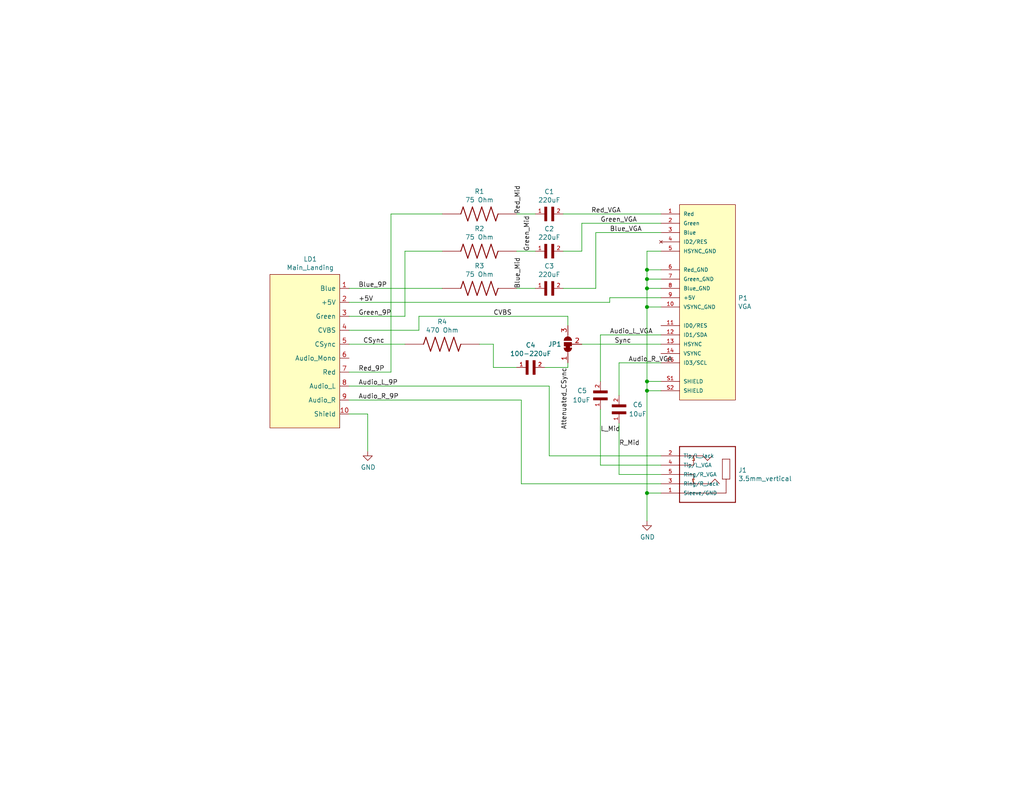
<source format=kicad_sch>
(kicad_sch (version 20211123) (generator eeschema)
  (paper "USLetter")
  (title_block (rev "1") (comment 1 "Designed for OSH Park 2 Layer Prototype"))
  (lib_symbols
    (symbol "9DIN2VGA:3.5mm_vertical" (pin_names (offset 1.016))
      (property "Reference" "J" (at -7.62 8.128 0))
      (property "Value" "3.5mm_vertical" (at -7.62 -10.414 0))
      (symbol "3.5mm_vertical_0_0"
        (polyline (pts (xy -7.62 -7.62) (xy -7.62 7.62)) (stroke (width 0.254)))
        (polyline (pts (xy -7.62 7.62) (xy 7.62 7.62)) (stroke (width 0.254)))
        (polyline (pts (xy -6.096 -4.191) (xy -6.096 1.27)) (stroke (width 0.1524)))
        (polyline (pts (xy -6.096 1.27) (xy -5.08 1.27)) (stroke (width 0.1524)))
        (polyline (pts (xy -5.08 1.27) (xy -4.064 1.27)) (stroke (width 0.1524)))
        (polyline (pts (xy -5.08 5.08) (xy -5.08 1.27)) (stroke (width 0.1524)))
        (polyline (pts (xy -4.064 -4.191) (xy -6.096 -4.191)) (stroke (width 0.1524)))
        (polyline (pts (xy -4.064 1.27) (xy -4.064 -4.191)) (stroke (width 0.1524)))
        (polyline (pts (xy -2.032 1.27) (xy -3.302 2.54)) (stroke (width 0.1524)))
        (polyline (pts (xy -0.762 2.54) (xy -2.032 1.27)) (stroke (width 0.1524)))
        (polyline (pts (xy 0 -3.81) (xy -1.27 -5.08)) (stroke (width 0.1524)))
        (polyline (pts (xy 1.27 -5.08) (xy 0 -3.81)) (stroke (width 0.1524)))
        (polyline (pts (xy 3.81 -5.08) (xy 1.27 -5.08)) (stroke (width 0.1524)))
        (polyline (pts (xy 3.81 -5.08) (xy 3.81 -2.54)) (stroke (width 0.1524)))
        (polyline (pts (xy 3.81 0) (xy 3.81 2.54)) (stroke (width 0.1524)))
        (polyline (pts (xy 3.81 2.54) (xy -0.762 2.54)) (stroke (width 0.1524)))
        (polyline (pts (xy 7.62 -7.62) (xy -7.62 -7.62)) (stroke (width 0.254)))
        (polyline (pts (xy 7.62 -5.08) (xy 3.81 -5.08)) (stroke (width 0.1524)))
        (polyline (pts (xy 7.62 -5.08) (xy 7.62 -7.62)) (stroke (width 0.254)))
        (polyline (pts (xy 7.62 -2.54) (xy 3.81 -2.54)) (stroke (width 0.1524)))
        (polyline (pts (xy 7.62 -2.54) (xy 7.62 -5.08)) (stroke (width 0.254)))
        (polyline (pts (xy 7.62 0) (xy 3.81 0)) (stroke (width 0.1524)))
        (polyline (pts (xy 7.62 0) (xy 7.62 -2.54)) (stroke (width 0.254)))
        (polyline (pts (xy 7.62 2.54) (xy 3.81 2.54)) (stroke (width 0.1524)))
        (polyline (pts (xy 7.62 2.54) (xy 7.62 0)) (stroke (width 0.254)))
        (polyline (pts (xy 7.62 5.08) (xy -5.08 5.08)) (stroke (width 0.1524)))
        (polyline (pts (xy 7.62 5.08) (xy 7.62 2.54)) (stroke (width 0.254)))
        (polyline (pts (xy 7.62 7.62) (xy 7.62 5.08)) (stroke (width 0.254)))
        (polyline (pts (xy 3.81 -5.08) (xy 3.5052 -3.81) (xy 4.1402 -3.81)) (stroke (width 0.1524)) (fill (type background)))
        (polyline (pts (xy 3.81 2.54) (xy 4.1402 1.27) (xy 3.5052 1.27)) (stroke (width 0.1524)) (fill (type background)))
        (pin passive line (at 12.7 5.08 180) (length 5.08) (name "Sleeve/GND") (number "1"))
        (pin passive line (at 12.7 -5.08 180) (length 5.08) (name "Tip/L_Jack") (number "2"))
        (pin passive line (at 12.7 2.54 180) (length 5.08) (name "Ring/R_Jack") (number "3"))
        (pin passive line (at 12.7 -2.54 180) (length 5.08) (name "Tip/L_VGA") (number "4"))
        (pin passive line (at 12.7 0 180) (length 5.08) (name "Ring/R_VGA") (number "5"))
      )
    )
    (symbol "9DIN2VGA:Main_Landing" (pin_names (offset 1.016))
      (property "Reference" "LD" (at 8.89 2.54 0))
      (property "Value" "Main_Landing" (at 16.51 -21.59 90))
      (symbol "Main_Landing_0_1"
        (rectangle (start 0 0) (end 19.05 -41.91) (fill (type background)))
      )
      (symbol "Main_Landing_1_0"
        (pin passive line (at -2.54 -3.81 0) (length 2.54) (name "Blue") (number "1"))
        (pin passive line (at -2.54 -38.1 0) (length 2.54) (name "Shield") (number "10"))
        (pin passive line (at -2.54 -7.62 0) (length 2.54) (name "+5V") (number "2"))
        (pin passive line (at -2.54 -11.43 0) (length 2.54) (name "Green") (number "3"))
        (pin passive line (at -2.54 -15.24 0) (length 2.54) (name "CVBS") (number "4"))
        (pin passive line (at -2.54 -19.05 0) (length 2.54) (name "CSync") (number "5"))
        (pin passive line (at -2.54 -22.86 0) (length 2.54) (name "Audio_Mono") (number "6"))
        (pin passive line (at -2.54 -26.67 0) (length 2.54) (name "Red") (number "7"))
        (pin passive line (at -2.54 -30.48 0) (length 2.54) (name "Audio_L") (number "8"))
        (pin passive line (at -2.54 -34.29 0) (length 2.54) (name "Audio_R") (number "9"))
      )
    )
    (symbol "9DIN2VGA:VGA" (pin_names (offset 1.016))
      (property "Reference" "P" (at -7.62 26.67 0))
      (property "Value" "VGA" (at -8.89 -31.75 0))
      (symbol "VGA_0_0"
        (rectangle (start -7.62 -27.94) (end 7.62 25.4) (stroke (width 0.1524)) (fill (type background)))
        (pin passive line (at -12.7 22.86 0) (length 5.08) (name "Red") (number "1"))
        (pin passive line (at -12.7 -2.54 0) (length 5.08) (name "VSYNC_GND") (number "10"))
        (pin passive line (at -12.7 -7.62 0) (length 5.08) (name "ID0/RES") (number "11"))
        (pin passive line (at -12.7 -10.16 0) (length 5.08) (name "ID1/SDA") (number "12"))
        (pin passive line (at -12.7 -12.7 0) (length 5.08) (name "HSYNC") (number "13"))
        (pin passive line (at -12.7 -15.24 0) (length 5.08) (name "VSYNC") (number "14"))
        (pin passive line (at -12.7 -17.78 0) (length 5.08) (name "ID3/SCL") (number "15"))
        (pin passive line (at -12.7 20.32 0) (length 5.08) (name "Green") (number "2"))
        (pin passive line (at -12.7 17.78 0) (length 5.08) (name "Blue") (number "3"))
        (pin no_connect line (at -12.7 15.24 0) (length 5.08) (name "ID2/RES") (number "4"))
        (pin passive line (at -12.7 12.7 0) (length 5.08) (name "HSYNC_GND") (number "5"))
        (pin passive line (at -12.7 7.62 0) (length 5.08) (name "Red_GND") (number "6"))
        (pin passive line (at -12.7 5.08 0) (length 5.08) (name "Green_GND") (number "7"))
        (pin passive line (at -12.7 2.54 0) (length 5.08) (name "Blue_GND") (number "8"))
        (pin passive line (at -12.7 0 0) (length 5.08) (name "+5V") (number "9"))
        (pin passive line (at -12.7 -22.86 0) (length 5.08) (name "SHIELD") (number "S1"))
        (pin passive line (at -12.7 -25.4 0) (length 5.08) (name "SHIELD") (number "S2"))
      )
    )
    (symbol "Jumper:SolderJumper_3_Bridged12" (pin_names (offset 0) hide)
      (property "Reference" "JP" (at -2.54 -2.54 0))
      (property "Value" "SolderJumper_3_Bridged12" (at 0 2.794 0))
      (symbol "SolderJumper_3_Bridged12_0_1"
        (rectangle (start -1.016 0.508) (end -0.508 -0.508) (fill (type outline)))
        (arc (start -1.016 1.016) (mid -2.032 0) (end -1.016 -1.016))
        (arc (start -1.016 1.016) (mid -2.032 0) (end -1.016 -1.016) (fill (type outline)))
        (rectangle (start -0.508 1.016) (end 0.508 -1.016) (fill (type outline)))
        (polyline (pts (xy -2.54 0) (xy -2.032 0)))
        (polyline (pts (xy -1.016 1.016) (xy -1.016 -1.016)))
        (polyline (pts (xy 0 -1.27) (xy 0 -1.016)))
        (polyline (pts (xy 1.016 1.016) (xy 1.016 -1.016)))
        (polyline (pts (xy 2.54 0) (xy 2.032 0)))
        (arc (start 1.016 -1.016) (mid 2.032 0) (end 1.016 1.016))
        (arc (start 1.016 -1.016) (mid 2.032 0) (end 1.016 1.016) (fill (type outline)))
      )
      (symbol "SolderJumper_3_Bridged12_1_1"
        (pin passive line (at -5.08 0 0) (length 2.54) (name "A") (number "1"))
        (pin input line (at 0 -3.81 90) (length 2.54) (name "C") (number "2"))
        (pin passive line (at 5.08 0 180) (length 2.54) (name "B") (number "3"))
      )
    )
    (symbol "SMD_Cap:Cap_0603" (pin_names (offset 1.016) hide)
      (property "Reference" "C" (at 0 3.81 0))
      (property "Value" "SMD_Cap_Cap_0603" (at 0 -5.08 0))
      (symbol "Cap_0603_0_0"
        (rectangle (start 0 -1.905) (end 0.635 1.905) (fill (type outline)))
        (rectangle (start 1.905 -1.905) (end 2.54 1.905) (fill (type outline)))
        (pin passive line (at -2.54 0 0) (length 2.54) (name "~") (number "1"))
        (pin passive line (at 5.08 0 180) (length 2.54) (name "~") (number "2"))
      )
    )
    (symbol "power:GND" (power) (pin_names (offset 0))
      (property "Value" "GND" (at 0 -3.81 0))
      (symbol "GND_0_1"
        (polyline (pts (xy 0 0) (xy 0 -1.27) (xy 1.27 -1.27) (xy 0 -2.54) (xy -1.27 -1.27) (xy 0 -1.27)))
      )
      (symbol "GND_1_1"
        (pin power_in line (at 0 0 270) (length 0) hide (name "GND") (number "1"))
      )
    )
    (symbol "resistor:Resistor_0603" (pin_numbers hide) (pin_names (offset 1.016) hide)
      (property "Reference" "R" (at -7.62 2.54 0))
      (property "Value" "resistor_Resistor_0603" (at -7.62 -5.08 0))
      (symbol "Resistor_0603_0_0"
        (polyline (pts (xy -5.08 0) (xy -4.445 1.905)) (stroke (width 0.254)))
        (polyline (pts (xy -4.445 1.905) (xy -3.175 -1.905)) (stroke (width 0.254)))
        (polyline (pts (xy -3.175 -1.905) (xy -1.905 1.905)) (stroke (width 0.254)))
        (polyline (pts (xy -1.905 1.905) (xy -0.635 -1.905)) (stroke (width 0.254)))
        (polyline (pts (xy -0.635 -1.905) (xy 0.635 1.905)) (stroke (width 0.254)))
        (polyline (pts (xy 0.635 1.905) (xy 1.905 -1.905)) (stroke (width 0.254)))
        (polyline (pts (xy 1.905 -1.905) (xy 3.175 1.905)) (stroke (width 0.254)))
        (polyline (pts (xy 3.175 1.905) (xy 4.445 -1.905)) (stroke (width 0.254)))
        (polyline (pts (xy 4.445 -1.905) (xy 5.08 0)) (stroke (width 0.254)))
        (pin passive line (at -10.16 0 0) (length 5.08) (name "~") (number "1"))
        (pin passive line (at 10.16 0 180) (length 5.08) (name "~") (number "2"))
      )
    )
  )
  (junction (at 176.53 83.82))
  (junction (at 176.53 106.68))
  (junction (at 176.53 104.14))
  (junction (at 176.53 78.74))
  (junction (at 176.53 134.62))
  (junction (at 176.53 76.2))
  (junction (at 176.53 73.66))
  (wire (pts (xy 176.53 83.82) (xy 176.53 104.14)))
  (wire (pts (xy 149.86 124.46) (xy 180.34 124.46)))
  (wire (pts (xy 180.34 106.68) (xy 176.53 106.68)))
  (wire (pts (xy 166.37 81.28) (xy 180.34 81.28)))
  (wire (pts (xy 110.49 68.58) (xy 110.49 86.36)))
  (wire (pts (xy 95.25 82.55) (xy 166.37 82.55)))
  (wire (pts (xy 95.25 113.03) (xy 100.33 113.03)))
  (wire (pts (xy 106.68 58.42) (xy 106.68 101.6)))
  (wire (pts (xy 110.49 86.36) (xy 95.25 86.36)))
  (wire (pts (xy 95.25 78.74) (xy 120.65 78.74)))
  (wire (pts (xy 134.62 93.98) (xy 134.62 100.33)))
  (wire (pts (xy 130.81 93.98) (xy 134.62 93.98)))
  (wire (pts (xy 142.24 109.22) (xy 142.24 132.08)))
  (wire (pts (xy 168.91 99.06) (xy 180.34 99.06)))
  (wire (pts (xy 176.53 134.62) (xy 176.53 142.24)))
  (wire (pts (xy 176.53 73.66) (xy 176.53 76.2)))
  (wire (pts (xy 163.83 104.14) (xy 163.83 91.44)))
  (wire (pts (xy 95.25 105.41) (xy 149.86 105.41)))
  (wire (pts (xy 114.3 86.36) (xy 154.94 86.36)))
  (wire (pts (xy 95.25 93.98) (xy 110.49 93.98)))
  (wire (pts (xy 106.68 101.6) (xy 95.25 101.6)))
  (wire (pts (xy 180.34 127) (xy 163.83 127)))
  (wire (pts (xy 140.97 58.42) (xy 146.05 58.42)))
  (wire (pts (xy 134.62 100.33) (xy 140.97 100.33)))
  (wire (pts (xy 176.53 73.66) (xy 180.34 73.66)))
  (wire (pts (xy 140.97 78.74) (xy 146.05 78.74)))
  (wire (pts (xy 140.97 68.58) (xy 146.05 68.58)))
  (wire (pts (xy 120.65 68.58) (xy 110.49 68.58)))
  (wire (pts (xy 120.65 58.42) (xy 106.68 58.42)))
  (wire (pts (xy 180.34 104.14) (xy 176.53 104.14)))
  (wire (pts (xy 176.53 104.14) (xy 176.53 106.68)))
  (wire (pts (xy 100.33 113.03) (xy 100.33 123.19)))
  (wire (pts (xy 158.75 68.58) (xy 153.67 68.58)))
  (wire (pts (xy 180.34 134.62) (xy 176.53 134.62)))
  (wire (pts (xy 114.3 90.17) (xy 114.3 86.36)))
  (wire (pts (xy 163.83 111.76) (xy 163.83 127)))
  (wire (pts (xy 162.56 63.5) (xy 162.56 78.74)))
  (wire (pts (xy 142.24 132.08) (xy 180.34 132.08)))
  (wire (pts (xy 168.91 115.57) (xy 168.91 129.54)))
  (wire (pts (xy 180.34 129.54) (xy 168.91 129.54)))
  (wire (pts (xy 180.34 78.74) (xy 176.53 78.74)))
  (wire (pts (xy 95.25 109.22) (xy 142.24 109.22)))
  (wire (pts (xy 163.83 91.44) (xy 180.34 91.44)))
  (wire (pts (xy 180.34 58.42) (xy 153.67 58.42)))
  (wire (pts (xy 176.53 78.74) (xy 176.53 83.82)))
  (wire (pts (xy 168.91 99.06) (xy 168.91 107.95)))
  (wire (pts (xy 176.53 68.58) (xy 176.53 73.66)))
  (wire (pts (xy 176.53 76.2) (xy 176.53 78.74)))
  (wire (pts (xy 95.25 90.17) (xy 114.3 90.17)))
  (wire (pts (xy 162.56 78.74) (xy 153.67 78.74)))
  (wire (pts (xy 180.34 93.98) (xy 158.75 93.98)))
  (wire (pts (xy 176.53 106.68) (xy 176.53 134.62)))
  (wire (pts (xy 180.34 63.5) (xy 162.56 63.5)))
  (wire (pts (xy 148.59 100.33) (xy 154.94 100.33)))
  (wire (pts (xy 180.34 68.58) (xy 176.53 68.58)))
  (wire (pts (xy 154.94 100.33) (xy 154.94 99.06)))
  (wire (pts (xy 149.86 105.41) (xy 149.86 124.46)))
  (wire (pts (xy 154.94 86.36) (xy 154.94 88.9)))
  (wire (pts (xy 180.34 76.2) (xy 176.53 76.2)))
  (wire (pts (xy 180.34 83.82) (xy 176.53 83.82)))
  (wire (pts (xy 180.34 60.96) (xy 158.75 60.96)))
  (wire (pts (xy 158.75 60.96) (xy 158.75 68.58)))
  (wire (pts (xy 166.37 82.55) (xy 166.37 81.28)))
  (label "Red_9P" (at 97.79 101.6 0))
  (label "Audio_R_VGA" (at 171.45 99.06 0))
  (label "Red_Mid" (at 142.24 58.42 90))
  (label "Blue_Mid" (at 142.24 78.74 90))
  (label "+5V" (at 97.79 82.55 0))
  (label "Green_Mid" (at 144.78 68.58 90))
  (label "Red_VGA" (at 161.29 58.42 0))
  (label "L_Mid" (at 163.83 118.11 0))
  (label "Blue_9P" (at 97.79 78.74 0))
  (label "Blue_VGA" (at 166.37 63.5 0))
  (label "Audio_R_9P" (at 97.79 109.22 0))
  (label "Green_VGA" (at 163.83 60.96 0))
  (label "R_Mid" (at 168.91 121.92 0))
  (label "Green_9P" (at 97.79 86.36 0))
  (label "Sync" (at 167.64 93.98 0))
  (label "Audio_L_VGA" (at 166.37 91.44 0))
  (label "CSync" (at 99.06 93.98 0))
  (label "Audio_L_9P" (at 97.79 105.41 0))
  (label "CVBS" (at 134.62 86.36 0))
  (label "Attenuated_CSync" (at 154.94 100.33 270))
  (symbol (lib_id "9DIN2VGA:Main_Landing") (at 92.71 74.93 0) (mirror y) (unit 1)
    (property "Reference" "LD1" (at 84.6582 70.739 0))
    (property "Value" "Main_Landing" (at 84.6582 73.0504 0))
    (property "Footprint" "9DIN2VGA:Main_PCB_Landing_Pads" (effects hide))
  )
  (symbol (lib_id "9DIN2VGA:VGA") (at 193.04 81.28 0) (unit 1)
    (property "Reference" "P1" (at 201.3712 81.3816 0) (effects (justify left)))
    (property "Value" "VGA" (at 201.3712 83.693 0) (effects (justify left)))
    (property "Footprint" "9DIN2VGA:VGA_female_rightangle_slim" (effects hide))
    (property "MANUFACTURER" "Amphenol" (effects hide))
    (property "MAXIMUM_PACKAGE_HEIGHT" "12.55mm" (effects hide))
    (property "STANDARD" "Manufacturer Recommendations" (effects hide))
    (property "PARTREV" "N/A" (effects hide))
  )
  (symbol (lib_id "resistor:Resistor_0603") (at 120.65 93.98 0) (unit 1)
    (property "Reference" "R4" (at 120.65 87.8332 0))
    (property "Value" "470 Ohm" (at 120.65 90.1446 0))
    (property "Footprint" "Resistor_SMD:R_0603_1608Metric" (effects hide))
  )
  (symbol (lib_id "9DIN2VGA:3.5mm_vertical") (at 193.04 129.54 180) (unit 1)
    (property "Reference" "J1" (at 201.422 128.3716 0) (effects (justify right)))
    (property "Value" "3.5mm_vertical" (at 201.422 130.683 0) (effects (justify right)))
    (property "Footprint" "9DIN2VGA:3.5mm_vertical" (effects hide))
    (property "STANDARD" "Manufacturer recommendation" (effects hide))
    (property "PARTREV" "1.01" (effects hide))
    (property "MANUFACTURER" "CUI" (effects hide))
  )
  (symbol (lib_id "power:GND") (at 176.53 142.24 0) (unit 1)
    (property "Reference" "#PWR0101" (effects hide))
    (property "Value" "GND" (at 176.657 146.6342 0))
  )
  (symbol (lib_id "power:GND") (at 100.33 123.19 0) (unit 1)
    (property "Reference" "#PWR0102" (effects hide))
    (property "Value" "GND" (at 100.457 127.5842 0))
  )
  (symbol (lib_id "resistor:Resistor_0603") (at 130.81 58.42 0) (unit 1)
    (property "Reference" "R1" (at 130.81 52.2732 0))
    (property "Value" "75 Ohm" (at 130.81 54.5846 0))
    (property "Footprint" "Resistor_SMD:R_0603_1608Metric" (effects hide))
  )
  (symbol (lib_id "resistor:Resistor_0603") (at 130.81 68.58 0) (unit 1)
    (property "Reference" "R2" (at 130.81 62.4332 0))
    (property "Value" "75 Ohm" (at 130.81 64.7446 0))
    (property "Footprint" "Resistor_SMD:R_0603_1608Metric" (effects hide))
  )
  (symbol (lib_id "resistor:Resistor_0603") (at 130.81 78.74 0) (unit 1)
    (property "Reference" "R3" (at 130.81 72.5932 0))
    (property "Value" "75 Ohm" (at 130.81 74.9046 0))
    (property "Footprint" "Resistor_SMD:R_0603_1608Metric" (effects hide))
  )
  (symbol (lib_id "SMD_Cap:Cap_0603") (at 148.59 58.42 0) (unit 1)
    (property "Reference" "C1" (at 149.86 52.324 0))
    (property "Value" "220uF" (at 149.86 54.6354 0))
    (property "Footprint" "Capacitor_SMD:C_1206_3216Metric" (effects hide))
  )
  (symbol (lib_id "SMD_Cap:Cap_0603") (at 148.59 68.58 0) (unit 1)
    (property "Reference" "C2" (at 149.86 62.484 0))
    (property "Value" "220uF" (at 149.86 64.7954 0))
    (property "Footprint" "Capacitor_SMD:C_1206_3216Metric" (effects hide))
  )
  (symbol (lib_id "SMD_Cap:Cap_0603") (at 148.59 78.74 0) (unit 1)
    (property "Reference" "C3" (at 149.86 72.644 0))
    (property "Value" "220uF" (at 149.86 74.9554 0))
    (property "Footprint" "Capacitor_SMD:C_1206_3216Metric" (effects hide))
  )
  (symbol (lib_id "SMD_Cap:Cap_0603") (at 163.83 109.22 90) (unit 1)
    (property "Reference" "C5" (at 157.48 106.68 90) (effects (justify right)))
    (property "Value" "10uF" (at 156.21 109.22 90) (effects (justify right)))
    (property "Footprint" "Capacitor_SMD:C_0603_1608Metric" (effects hide))
  )
  (symbol (lib_id "SMD_Cap:Cap_0603") (at 168.91 113.03 90) (unit 1)
    (property "Reference" "C6" (at 173.99 110.49 90))
    (property "Value" "10uF" (at 173.99 113.03 90))
    (property "Footprint" "Capacitor_SMD:C_0603_1608Metric" (effects hide))
  )
  (symbol (lib_id "Jumper:SolderJumper_3_Bridged12") (at 154.94 93.98 90) (unit 1)
    (property "Reference" "JP1" (at 153.2128 93.98 90) (effects (justify left)))
    (property "Value" "SolderJumper_3_Bridged12" (effects hide))
    (property "Footprint" "Jumper:SolderJumper-3_P1.3mm_Bridged12_RoundedPad1.0x1.5mm" (effects hide))
  )
  (symbol (lib_id "SMD_Cap:Cap_0603") (at 143.51 100.33 0) (unit 1)
    (property "Reference" "C4" (at 144.78 94.234 0))
    (property "Value" "100-220uF" (at 144.78 96.5454 0))
    (property "Footprint" "Capacitor_SMD:C_1206_3216Metric" (effects hide))
  )
)
</source>
